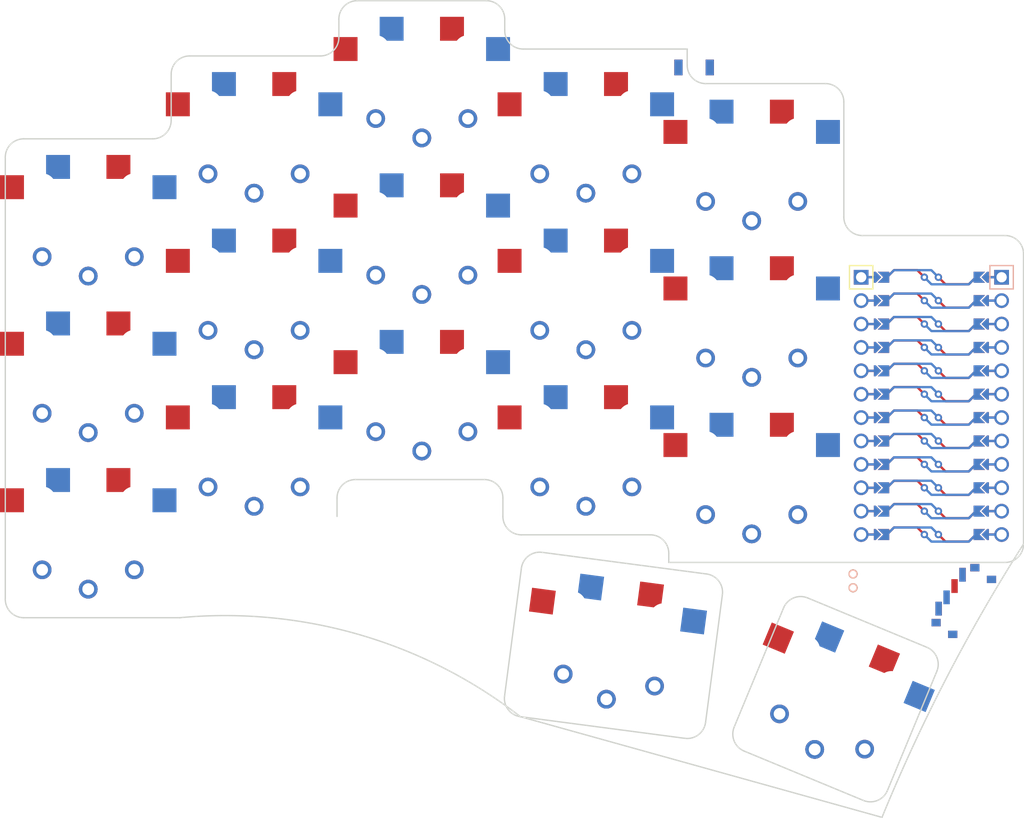
<source format=kicad_pcb>
(kicad_pcb (version 20211014) (generator pcbnew)
  (title_block (title "lazy_ferris") (rev "v1.0.0") (company "Unknown"))
  (layers (0 "F.Cu" signal) (31 "B.Cu" signal) (34 "B.Paste" user) (35 "F.Paste" user) (36 "B.SilkS" user "B.Silkscreen") (37 "F.SilkS" user "F.Silkscreen") (38 "B.Mask" user) (39 "F.Mask" user) (44 "Edge.Cuts" user))
  (net 0 "")
  (net 1 "P8")
  (net 2 "GND")
  (net 3 "P5")
  (net 4 "P2")
  (net 5 "P14")
  (net 6 "P18")
  (net 7 "P20")
  (net 8 "P7")
  (net 9 "P4")
  (net 10 "P0")
  (net 11 "P15")
  (net 12 "P19")
  (net 13 "P21")
  (net 14 "P6")
  (net 15 "P3")
  (net 16 "P1")
  (net 17 "P9")
  (net 18 "P10")
  (net 19 "RAW")
  (net 20 "RST")
  (net 21 "VCC")
  (net 22 "P16")
  (net 23 "pos")
  (footprint "lib:bat" (layer "F.Cu") (at 101 5)
    (fp_text reference "")
    (fp_text value "")
  )
  (footprint "PG1350" (layer "F.Cu") (at 18 0 180)
    (fp_text reference "S2" hide)
    (fp_text value "" hide)
  )
  (footprint "PG1350" (layer "F.Cu") (at 72 -43 180)
    (fp_text reference "S24" hide)
    (fp_text value "" hide)
  )
  (footprint "PG1350" (layer "F.Cu") (at 54.2 -49 180)
    (fp_text reference "S18" hide)
    (fp_text value "" hide)
  )
  (footprint "PG1350" (layer "F.Cu") (at 90 -40 180)
    (fp_text reference "S30" hide)
    (fp_text value "" hide)
  )
  (footprint "PG1350" (layer "F.Cu") (at 54.2 -15 180)
    (fp_text reference "S14" hide)
    (fp_text value "" hide)
  )
  (footprint "PG1350" (layer "F.Cu") (at 36 -9 180)
    (fp_text reference "S8" hide)
    (fp_text value "" hide)
  )
  (footprint "PG1350" (layer "F.Cu") (at 90 -23)
    (fp_text reference "S27" hide)
    (fp_text value "" hide)
  )
  (footprint "PG1350" (layer "F.Cu") (at 18 0)
    (fp_text reference "S1" hide)
    (fp_text value "" hide)
  )
  (footprint "PG1350" (layer "F.Cu") (at 72 -9)
    (fp_text reference "S19" hide)
    (fp_text value "" hide)
  )
  (footprint "ProMicro" (layer "F.Cu") (at 109.5 -14 -90)
    (fp_text reference "MCU1" hide)
    (fp_text value "")
  )
  (footprint "PG1350" (layer "F.Cu") (at 54.2 -15)
    (fp_text reference "S13" hide)
    (fp_text value "" hide)
  )
  (footprint "PG1350" (layer "F.Cu") (at 99.094915 17.848125 157.5)
    (fp_text reference "S34" hide)
    (fp_text value "" hide)
  )
  (footprint "PG1350" (layer "F.Cu") (at 36 -26 180)
    (fp_text reference "S10" hide)
    (fp_text value "" hide)
  )
  (footprint "PG1350" (layer "F.Cu") (at 18 -34)
    (fp_text reference "S5" hide)
    (fp_text value "" hide)
  )
  (footprint "Button_Switch_SMD:SW_SPST_B3U-1000P" (layer "F.Cu") (at 83.75 -50.75 180)
    (fp_text reference "")
    (fp_text value "")
  )
  (footprint "PG1350" (layer "F.Cu") (at 90 -6)
    (fp_text reference "S25" hide)
    (fp_text value "" hide)
  )
  (footprint "PG1350" (layer "F.Cu") (at 72 -9 180)
    (fp_text reference "S20" hide)
    (fp_text value "" hide)
  )
  (footprint "PG1350" (layer "F.Cu") (at 99.094915 17.848125 -22.5)
    (fp_text reference "S33" hide)
    (fp_text value "" hide)
  )
  (footprint "PG1350" (layer "F.Cu") (at 36 -9)
    (fp_text reference "S7" hide)
    (fp_text value "" hide)
  )
  (footprint "PG1350" (layer "F.Cu") (at 72 -26 180)
    (fp_text reference "S22" hide)
    (fp_text value "" hide)
  )
  (footprint "PG1350" (layer "F.Cu") (at 54.2 -49)
    (fp_text reference "S17" hide)
    (fp_text value "" hide)
  )
  (footprint "PG1350" (layer "F.Cu") (at 54.2 -32 180)
    (fp_text reference "S16" hide)
    (fp_text value "" hide)
  )
  (footprint "PG1350" (layer "F.Cu") (at 75 12 172.5)
    (fp_text reference "S32" hide)
    (fp_text value "" hide)
  )
  (footprint "PG1350" (layer "F.Cu") (at 18 -34 180)
    (fp_text reference "S6" hide)
    (fp_text value "" hide)
  )
  (footprint "PG1350" (layer "F.Cu") (at 90 -40)
    (fp_text reference "S29" hide)
    (fp_text value "" hide)
  )
  (footprint "PG1350" (layer "F.Cu") (at 75 12 -7.5)
    (fp_text reference "S31" hide)
    (fp_text value "" hide)
  )
  (footprint "Button_Switch_SMD:SW_SPDT_PCM12" (layer "F.Cu") (at 112.75 7 54.8)
    (fp_text reference "")
    (fp_text value "")
  )
  (footprint "PG1350" (layer "F.Cu") (at 36 -43)
    (fp_text reference "S11" hide)
    (fp_text value "" hide)
  )
  (footprint "PG1350" (layer "F.Cu") (at 36 -26)
    (fp_text reference "S9" hide)
    (fp_text value "" hide)
  )
  (footprint "PG1350" (layer "F.Cu") (at 72 -26)
    (fp_text reference "S21" hide)
    (fp_text value "" hide)
  )
  (footprint "PG1350" (layer "F.Cu") (at 36 -43 180)
    (fp_text reference "S12" hide)
    (fp_text value "" hide)
  )
  (footprint "PG1350" (layer "F.Cu") (at 18 -17 180)
    (fp_text reference "S4" hide)
    (fp_text value "" hide)
  )
  (footprint "PG1350" (layer "F.Cu") (at 90 -6 180)
    (fp_text reference "S26" hide)
    (fp_text value "" hide)
  )
  (footprint "PG1350" (layer "F.Cu") (at 54.2 -32)
    (fp_text reference "S15" hide)
    (fp_text value "" hide)
  )
  (footprint "PG1350" (layer "F.Cu") (at 18 -17)
    (fp_text reference "S3" hide)
    (fp_text value "" hide)
  )
  (footprint "PG1350" (layer "F.Cu") (at 90 -23 180)
    (fp_text reference "S28" hide)
    (fp_text value "" hide)
  )
  (footprint "PG1350" (layer "F.Cu") (at 72 -43)
    (fp_text reference "S23" hide)
    (fp_text value "" hide)
  )
  (gr_line (start 45 -2) (end 45 -4) (layer "Edge.Cuts") (width 0.15))
  (gr_arc (start 109.006223 12.211993) (mid 110.088615 13.294385) (end 110.088615 14.825119) (layer "Edge.Cuts") (width 0.15))
  (gr_line (start 93.458783 7.936818) (end 88.101215 20.871131) (layer "Edge.Cuts") (width 0.15))
  (gr_arc (start 65.00779 3.624098) (mid 65.773157 2.298443) (end 67.251732 1.90226) (layer "Edge.Cuts") (width 0.15))
  (gr_line (start 65.2 -52.75) (end 83 -52.75) (layer "Edge.Cuts") (width 0.15))
  (gr_arc (start 61 -6) (mid 62.414214 -5.414214) (end 63 -4) (layer "Edge.Cuts") (width 0.15))
  (gr_arc (start 119.5 1) (mid 118.914214 2.414214) (end 117.5 3) (layer "Edge.Cuts") (width 0.15))
  (gr_line (start 85 -49) (end 98 -49) (layer "Edge.Cuts") (width 0.15))
  (gr_line (start 27 -50) (end 27 -45) (layer "Edge.Cuts") (width 0.15))
  (gr_line (start 67.251732 1.90226) (end 85.097739 4.251732) (layer "Edge.Cuts") (width 0.15))
  (gr_arc (start 61.2 -58) (mid 62.614214 -57.414214) (end 63.2 -56) (layer "Edge.Cuts") (width 0.15))
  (gr_arc (start 98 -49) (mid 99.414214 -48.414214) (end 100 -47) (layer "Edge.Cuts") (width 0.15))
  (gr_line (start 64.902261 19.748268) (end 82.748268 22.09774) (layer "Edge.Cuts") (width 0.15))
  (gr_arc (start 11 9) (mid 9.585786 8.414214) (end 9 7) (layer "Edge.Cuts") (width 0.15))
  (gr_arc (start 45.2 -56) (mid 45.785786 -57.414214) (end 47.2 -58) (layer "Edge.Cuts") (width 0.15))
  (gr_line (start 81 2) (end 81 3) (layer "Edge.Cuts") (width 0.15))
  (gr_line (start 61.2 -58) (end 47.2 -58) (layer "Edge.Cuts") (width 0.15))
  (gr_arc (start 102 -32.5) (mid 100.585786 -33.085786) (end 100 -34.5) (layer "Edge.Cuts") (width 0.15))
  (gr_line (start 89.183608 23.484257) (end 102.117921 28.841825) (layer "Edge.Cuts") (width 0.15))
  (gr_line (start 119.5 1) (end 119.5 -30.5) (layer "Edge.Cuts") (width 0.15))
  (gr_arc (start 93.458784 7.936818) (mid 94.541176 6.854426) (end 96.071909 6.854425) (layer "Edge.Cuts") (width 0.15))
  (gr_line (start 63.2 -54.75) (end 63.2 -56) (layer "Edge.Cuts") (width 0.15))
  (gr_line (start 104.14 30.680374) (end 64.902261 19.748268) (layer "Edge.Cuts") (width 0.15))
  (gr_arc (start 65 0) (mid 63.585786 -0.585786) (end 63 -2) (layer "Edge.Cuts") (width 0.15))
  (gr_line (start 100 -34.5) (end 100 -47) (layer "Edge.Cuts") (width 0.15))
  (gr_arc (start 85.097739 4.251732) (mid 86.423394 5.017099) (end 86.819577 6.495674) (layer "Edge.Cuts") (width 0.15))
  (gr_arc (start 84.99221 20.375902) (mid 84.226843 21.701557) (end 82.748268 22.09774) (layer "Edge.Cuts") (width 0.15))
  (gr_arc (start 9 -41) (mid 9.585786 -42.414214) (end 11 -43) (layer "Edge.Cuts") (width 0.15))
  (gr_line (start 109.006223 12.211993) (end 96.071909 6.854425) (layer "Edge.Cuts") (width 0.15))
  (gr_arc (start 65.2 -52.75) (mid 63.785786 -53.335786) (end 63.2 -54.75) (layer "Edge.Cuts") (width 0.15))
  (gr_line (start 29 -52) (end 43.2 -52) (layer "Edge.Cuts") (width 0.15))
  (gr_line (start 11 9) (end 27.94 9) (layer "Edge.Cuts") (width 0.15))
  (gr_arc (start 79 0) (mid 80.414214 0.585786) (end 81 2) (layer "Edge.Cuts") (width 0.15))
  (gr_arc (start 45 -4) (mid 45.585786 -5.414214) (end 47 -6) (layer "Edge.Cuts") (width 0.15))
  (gr_arc (start 104.14 30.680374) (mid 111.159088 15.498156) (end 119.5 1) (layer "Edge.Cuts") (width 0.15))
  (gr_arc (start 27 -50) (mid 27.585786 -51.414214) (end 29 -52) (layer "Edge.Cuts") (width 0.15))
  (gr_line (start 104.731047 27.759433) (end 110.088615 14.825119) (layer "Edge.Cuts") (width 0.15))
  (gr_line (start 83 -52.75) (end 83 -51) (layer "Edge.Cuts") (width 0.15))
  (gr_line (start 63.180423 17.504326) (end 65.00779 3.624098) (layer "Edge.Cuts") (width 0.15))
  (gr_line (start 102 -32.5) (end 117.5 -32.5) (layer "Edge.Cuts") (width 0.15))
  (gr_arc (start 27.94 9) (mid 47.446872 10.846709) (end 64.902261 19.748268) (layer "Edge.Cuts") (width 0.15))
  (gr_line (start 45.2 -56) (end 45.2 -54) (layer "Edge.Cuts") (width 0.15))
  (gr_line (start 25 -43) (end 11 -43) (layer "Edge.Cuts") (width 0.15))
  (gr_line (start 84.99221 20.375902) (end 86.819577 6.495674) (layer "Edge.Cuts") (width 0.15))
  (gr_line (start 65 0) (end 79 0) (layer "Edge.Cuts") (width 0.15))
  (gr_line (start 9 7) (end 9 -41) (layer "Edge.Cuts") (width 0.15))
  (gr_line (start 81 3) (end 117.5 3) (layer "Edge.Cuts") (width 0.15))
  (gr_line (start 63 -4) (end 63 -2) (layer "Edge.Cuts") (width 0.15))
  (gr_arc (start 104.731047 27.759433) (mid 103.648655 28.841825) (end 102.117921 28.841825) (layer "Edge.Cuts") (width 0.15))
  (gr_arc (start 85 -49) (mid 83.585786 -49.585786) (end 83 -51) (layer "Edge.Cuts") (width 0.15))
  (gr_arc (start 45.2 -54) (mid 44.614214 -52.585786) (end 43.2 -52) (layer "Edge.Cuts") (width 0.15))
  (gr_arc (start 117.5 -32.5) (mid 118.914214 -31.914214) (end 119.5 -30.5) (layer "Edge.Cuts") (width 0.15))
  (gr_arc (start 27 -45) (mid 26.414214 -43.585786) (end 25 -43) (layer "Edge.Cuts") (width 0.15))
  (gr_line (start 47 -6) (end 61 -6) (layer "Edge.Cuts") (width 0.15))
  (gr_arc (start 64.902261 19.748268) (mid 63.576606 18.982901) (end 63.180423 17.504326) (layer "Edge.Cuts") (width 0.15))
  (gr_arc (start 89.183607 23.484257) (mid 88.101215 22.401865) (end 88.101215 20.871131) (layer "Edge.Cuts") (width 0.15))
)
</source>
